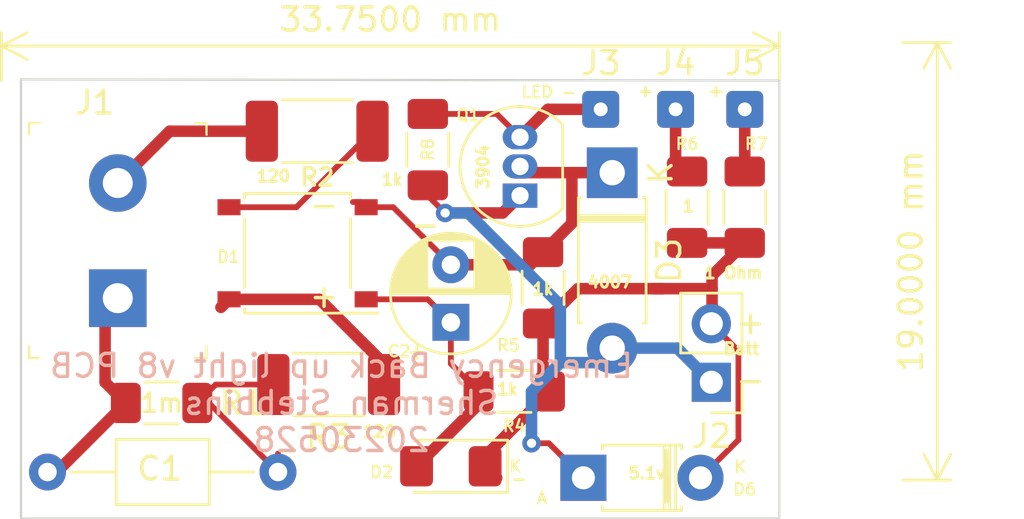
<source format=kicad_pcb>
(kicad_pcb (version 20240108) (generator "pcbnew") (generator_version "8.0")
  (layers (0 "F.Cu" signal) (31 "B.Cu" signal) (34 "B.Paste" user) (35 "F.Paste" user) (36 "B.SilkS" user "B.Silkscreen") (37 "F.SilkS" user "F.Silkscreen") (38 "B.Mask" user) (39 "F.Mask" user) (44 "Edge.Cuts" user))
  (net 0 "")
  (net 1 "Net-(C1-Pad2)")
  (net 2 "Net-(C1-Pad1)")
  (net 3 "Net-(D1-Pad3)")
  (net 4 "Net-(D1--)")
  (net 5 "Net-(D1-+)")
  (net 6 "Net-(D1-Pad4)")
  (net 7 "Net-(D2-K)")
  (net 8 "Net-(D3-A)")
  (net 9 "Net-(J1-Pad2)")
  (net 10 "Net-(J3-Pin_1)")
  (net 11 "Net-(J4-Pin_1)")
  (net 12 "Net-(J5-Pin_1)")
  (footprint "Capacitor_THT:C_Axial_L3.8mm_D2.6mm_P10.00mm_Horizontal" (layer "F.Cu") (at 116 137 180)
    (property "Reference" "C1" (at 5.125 0.15 0) (layer "F.SilkS"))
    (property "Value" "1uF 400v")
    (fp_line (start 8.96 0) (end 7.02 0) (stroke (width 0.12)) (layer "F.SilkS"))
    (fp_line (start 7.02 1.42) (end 7.02 -1.42) (stroke (width 0.12)) (layer "F.SilkS"))
    (fp_line (start 7.02 -1.42) (end 2.98 -1.42) (stroke (width 0.12)) (layer "F.SilkS"))
    (fp_line (start 2.98 1.42) (end 7.02 1.42) (stroke (width 0.12)) (layer "F.SilkS"))
    (fp_line (start 2.98 -1.42) (end 2.98 1.42) (stroke (width 0.12)) (layer "F.SilkS"))
    (fp_line (start 1.04 0) (end 2.98 0) (stroke (width 0.12)) (layer "F.SilkS"))
    (pad "1" thru_hole circle (at 0 0 180) (size 1.6 1.6) (drill 0.8) (layers "*.Cu" "*.Mask") (net 2 "Net-(C1-Pad1)"))
    (pad "2" thru_hole oval (at 10 0 180) (size 1.6 1.6) (drill 0.8) (layers "*.Cu" "*.Mask") (net 1 "Net-(C1-Pad2)"))
  )
  (footprint "Diode_SMD:Diode_Bridge_Diotec_ABS" (layer "F.Cu") (at 116.85 127.5 180)
    (property "Reference" "D1" (at 3 -0.15 0) (layer "F.SilkS") (effects (font (size 0.5 0.5) (thickness 0.1))))
    (property "Value" "ABS10")
    (fp_line (start 2.3 2.6) (end -2.3 2.6) (stroke (width 0.12)) (layer "F.SilkS"))
    (fp_line (start 2.3 2.4) (end 2.3 2.6) (stroke (width 0.12)) (layer "F.SilkS"))
    (fp_line (start 2.3 -1.5) (end 2.3 1.5) (stroke (width 0.12)) (layer "F.SilkS"))
    (fp_line (start 2.3 -2.4) (end 2.3 -2.6) (stroke (width 0.12)) (layer "F.SilkS"))
    (fp_line (start 2.3 -2.6) (end -3.5 -2.6) (stroke (width 0.12)) (layer "F.SilkS"))
    (fp_line (start -2.3 2.6) (end -2.3 2.4) (stroke (width 0.12)) (layer "F.SilkS"))
    (fp_line (start -2.3 1.5) (end -2.3 -1.5) (stroke (width 0.12)) (layer "F.SilkS"))
    (pad "1" smd rect (at -2.975 -2 180) (size 1 0.7) (layers "F.Cu" "F.Paste" "F.Mask") (net 5 "Net-(D1-+)"))
    (pad "2" smd rect (at -2.975 2 180) (size 1 0.7) (layers "F.Cu" "F.Paste" "F.Mask") (net 4 "Net-(D1--)"))
    (pad "3" smd rect (at 2.975 2 180) (size 1 0.7) (layers "F.Cu" "F.Paste" "F.Mask") (net 3 "Net-(D1-Pad3)"))
    (pad "4" smd rect (at 2.975 -2 180) (size 1 0.7) (layers "F.Cu" "F.Paste" "F.Mask") (net 6 "Net-(D1-Pad4)"))
  )
  (footprint "LED_SMD:LED_1206_3216Metric_Pad1.42x1.75mm_HandSolder" (layer "F.Cu") (at 123.5 136.75 180)
    (property "Reference" "D2" (at 3 -0.25 0) (layer "F.SilkS") (effects (font (size 0.5 0.5) (thickness 0.1))))
    (property "Value" "RED LED")
    (fp_line (start 1.6 -1.135) (end -2.46 -1.135) (stroke (width 0.12)) (layer "F.SilkS"))
    (fp_line (start -2.46 1.135) (end 1.6 1.135) (stroke (width 0.12)) (layer "F.SilkS"))
    (fp_line (start -2.46 -1.135) (end -2.46 1.135) (stroke (width 0.12)) (layer "F.SilkS"))
    (pad "1" smd roundrect (at -1.4875 0 180) (size 1.425 1.75) (layers "F.Cu" "F.Paste" "F.Mask") (roundrect_rratio 0.175439) (net 7 "Net-(D2-K)"))
    (pad "2" smd roundrect (at 1.4875 0 180) (size 1.425 1.75) (layers "F.Cu" "F.Paste" "F.Mask") (roundrect_rratio 0.175439) (net 5 "Net-(D1-+)"))
  )
  (footprint "Diode_THT:D_DO-41_SOD81_P7.62mm_Horizontal" (layer "F.Cu") (at 130.5 124 -90)
    (property "Reference" "D3" (at 3.81 -2.47 90) (layer "F.SilkS"))
    (property "Value" "1N4007")
    (fp_line (start 1.09 1.47) (end 6.53 1.47) (stroke (width 0.12)) (layer "F.SilkS"))
    (fp_line (start 6.53 1.47) (end 6.53 1.34) (stroke (width 0.12)) (layer "F.SilkS"))
    (fp_line (start 1.09 1.34) (end 1.09 1.47) (stroke (width 0.12)) (layer "F.SilkS"))
    (fp_line (start 1.09 -1.34) (end 1.09 -1.47) (stroke (width 0.12)) (layer "F.SilkS"))
    (fp_line (start 1.09 -1.47) (end 6.53 -1.47) (stroke (width 0.12)) (layer "F.SilkS"))
    (fp_line (start 1.87 -1.47) (end 1.87 1.47) (stroke (width 0.12)) (layer "F.SilkS"))
    (fp_line (start 1.99 -1.47) (end 1.99 1.47) (stroke (width 0.12)) (layer "F.SilkS"))
    (fp_line (start 2.11 -1.47) (end 2.11 1.47) (stroke (width 0.12)) (layer "F.SilkS"))
    (fp_line (start 6.53 -1.47) (end 6.53 -1.34) (stroke (width 0.12)) (layer "F.SilkS"))
    (fp_text user "K" (at 0 -2.1 90) (layer "F.SilkS"))
    (pad "1" thru_hole rect (at 0 0 270) (size 2.2 2.2) (drill 1.1) (layers "*.Cu" "*.Mask") (net 4 "Net-(D1--)"))
    (pad "2" thru_hole oval (at 7.62 0 270) (size 2.2 2.2) (drill 1.1) (layers "*.Cu" "*.Mask") (net 8 "Net-(D3-A)"))
  )
  (footprint "digikey-footprints:Term_Block_1x2_P5mm" (layer "F.Cu") (at 109.05 129.45 90)
    (property "Reference" "J1" (at 8.5 -1 180) (layer "F.SilkS"))
    (property "Value" "OSTTC020162" (hide yes))
    (fp_line (start 7.6 -3.85) (end 7.1 -3.85) (stroke (width 0.1)) (layer "F.SilkS"))
    (fp_line (start 7.6 -3.85) (end 7.6 -3.4) (stroke (width 0.1)) (layer "F.SilkS"))
    (fp_line (start -2.6 -3.85) (end -2.1 -3.85) (stroke (width 0.1)) (layer "F.SilkS"))
    (fp_line (start -2.6 -3.85) (end -2.6 -3.4) (stroke (width 0.1)) (layer "F.SilkS"))
    (fp_line (start 7.6 3.85) (end 7.6 3.35) (stroke (width 0.1)) (layer "F.SilkS"))
    (fp_line (start 7.6 3.85) (end 7.1 3.85) (stroke (width 0.1)) (layer "F.SilkS"))
    (fp_line (start -2.6 3.85) (end -2.6 3.35) (stroke (width 0.1)) (layer "F.SilkS"))
    (fp_line (start -2.6 3.85) (end -2.1 3.85) (stroke (width 0.1)) (layer "F.SilkS"))
    (pad "1" thru_hole rect (at 0 0 90) (size 2.5 2.5) (drill 1.3) (layers "*.Cu" "*.Mask") (net 1 "Net-(C1-Pad2)"))
    (pad "2" thru_hole circle (at 5 0 90) (size 2.5 2.5) (drill 1.3) (layers "*.Cu" "*.Mask") (net 9 "Net-(J1-Pad2)"))
  )
  (footprint "Connector_PinHeader_2.54mm:PinHeader_1x02_P2.54mm_Vertical" (layer "F.Cu") (at 134.8 133.1 180)
    (property "Reference" "J2" (at 0 -2.33 0) (layer "F.SilkS"))
    (property "Value" "22-23-2021")
    (fp_line (start 1.33 1.27) (end 1.33 3.87) (stroke (width 0.12)) (layer "F.SilkS"))
    (fp_line (start -1.33 3.87) (end 1.33 3.87) (stroke (width 0.12)) (layer "F.SilkS"))
    (fp_line (start -1.33 1.27) (end 1.33 1.27) (stroke (width 0.12)) (layer "F.SilkS"))
    (fp_line (start -1.33 1.27) (end -1.33 3.87) (stroke (width 0.12)) (layer "F.SilkS"))
    (fp_line (start -1.33 0) (end -1.33 -1.33) (stroke (width 0.12)) (layer "F.SilkS"))
    (fp_line (start -1.33 -1.33) (end 0 -1.33) (stroke (width 0.12)) (layer "F.SilkS"))
    (pad "1" thru_hole rect (at 0 0 180) (size 1.7 1.7) (drill 1) (layers "*.Cu" "*.Mask") (net 8 "Net-(D3-A)"))
    (pad "2" thru_hole oval (at 0 2.54 180) (size 1.7 1.7) (drill 1) (layers "*.Cu" "*.Mask") (net 7 "Net-(D2-K)"))
  )
  (footprint "Resistor_SMD:R_2010_5025Metric_Pad1.40x2.65mm_HandSolder" (layer "F.Cu") (at 117.7 122.2 180)
    (property "Reference" "R2" (at 0 -2 180) (layer "F.SilkS") (effects (font (size 0.75 0.75))))
    (property "Value" "120 1W")
    (fp_line (start -1.527064 1.36) (end 1.527064 1.36) (stroke (width 0.12)) (layer "F.SilkS"))
    (fp_line (start -1.527064 -1.36) (end 1.527064 -1.36) (stroke (width 0.12)) (layer "F.SilkS"))
    (pad "1" smd roundrect (at -2.4 0 180) (size 1.4 2.65) (layers "F.Cu" "F.Paste" "F.Mask") (roundrect_rratio 0.178571) (net 3 "Net-(D1-Pad3)"))
    (pad "2" smd roundrect (at 2.4 0 180) (size 1.4 2.65) (layers "F.Cu" "F.Paste" "F.Mask") (roundrect_rratio 0.178571) (net 9 "Net-(J1-Pad2)"))
  )
  (footprint "Resistor_SMD:R_2010_5025Metric_Pad1.40x2.65mm_HandSolder" (layer "F.Cu") (at 118.2 133.2 180)
    (property "Reference" "R3" (at 0 -2.28 180) (layer "F.SilkS"))
    (property "Value" "120 1W")
    (fp_line (start -1.527064 1.36) (end 1.527064 1.36) (stroke (width 0.12)) (layer "F.SilkS"))
    (fp_line (start -1.527064 -1.36) (end 1.527064 -1.36) (stroke (width 0.12)) (layer "F.SilkS"))
    (pad "1" smd roundrect (at -2.4 0 180) (size 1.4 2.65) (layers "F.Cu" "F.Paste" "F.Mask") (roundrect_rratio 0.178571) (net 6 "Net-(D1-Pad4)"))
    (pad "2" smd roundrect (at 2.4 0 180) (size 1.4 2.65) (layers "F.Cu" "F.Paste" "F.Mask") (roundrect_rratio 0.178571) (net 2 "Net-(C1-Pad1)"))
  )
  (footprint "Resistor_SMD:R_1206_3216Metric_Pad1.30x1.75mm_HandSolder" (layer "F.Cu") (at 127.5 129 90)
    (property "Reference" "R5" (at -2.5 -1.5 180) (layer "F.SilkS") (effects (font (size 0.5 0.5) (thickness 0.1))))
    (property "Value" "1k")
    (fp_line (start -0.727064 -0.91) (end 0.727064 -0.91) (stroke (width 0.12)) (layer "F.SilkS"))
    (fp_line (start -0.727064 0.91) (end 0.727064 0.91) (stroke (width 0.12)) (layer "F.SilkS"))
    (pad "1" smd roundrect (at -1.55 0 90) (size 1.3 1.75) (layers "F.Cu" "F.Paste" "F.Mask") (roundrect_rratio 0.192308) (net 7 "Net-(D2-K)"))
    (pad "2" smd roundrect (at 1.55 0 90) (size 1.3 1.75) (layers "F.Cu" "F.Paste" "F.Mask") (roundrect_rratio 0.192308) (net 4 "Net-(D1--)"))
  )
  (footprint "Resistor_SMD:R_1206_3216Metric_Pad1.30x1.75mm_HandSolder" (layer "F.Cu") (at 133.75 125.5 90)
    (property "Reference" "R6" (at 2.75 0 180) (layer "F.SilkS") (effects (font (size 0.5 0.5) (thickness 0.1))))
    (property "Value" "1R" (hide yes))
    (fp_line (start -0.727064 -0.91) (end 0.727064 -0.91) (stroke (width 0.12)) (layer "F.SilkS"))
    (fp_line (start -0.727064 0.91) (end 0.727064 0.91) (stroke (width 0.12)) (layer "F.SilkS"))
    (pad "1" smd roundrect (at -1.55 0 90) (size 1.3 1.75) (layers "F.Cu" "F.Paste" "F.Mask") (roundrect_rratio 0.192308) (net 7 "Net-(D2-K)"))
    (pad "2" smd roundrect (at 1.55 0 90) (size 1.3 1.75) (layers "F.Cu" "F.Paste" "F.Mask") (roundrect_rratio 0.192308) (net 11 "Net-(J4-Pin_1)"))
  )
  (footprint "Resistor_SMD:R_1206_3216Metric_Pad1.30x1.75mm_HandSolder" (layer "F.Cu") (at 136.25 125.5 90)
    (property "Reference" "R7" (at 2.75 0.5 180) (layer "F.SilkS") (effects (font (size 0.5 0.5) (thickness 0.1))))
    (property "Value" "1R" (hide yes))
    (fp_line (start -0.727064 -0.91) (end 0.727064 -0.91) (stroke (width 0.12)) (layer "F.SilkS"))
    (fp_line (start -0.727064 0.91) (end 0.727064 0.91) (stroke (width 0.12)) (layer "F.SilkS"))
    (pad "1" smd roundrect (at -1.55 0 90) (size 1.3 1.75) (layers "F.Cu" "F.Paste" "F.Mask") (roundrect_rratio 0.192308) (net 7 "Net-(D2-K)"))
    (pad "2" smd roundrect (at 1.55 0 90) (size 1.3 1.75) (layers "F.Cu" "F.Paste" "F.Mask") (roundrect_rratio 0.192308) (net 12 "Net-(J5-Pin_1)"))
  )
  (footprint "Resistor_SMD:R_1206_3216Metric_Pad1.30x1.75mm_HandSolder" (layer "F.Cu") (at 110.95 134 180)
    (property "Reference" "R1" (at -3.5 0 0) (layer "F.SilkS"))
    (property "Value" "1M")
    (fp_line (start -0.727064 0.91) (end 0.727064 0.91) (stroke (width 0.12)) (layer "F.SilkS"))
    (fp_line (start -0.727064 -0.91) (end 0.727064 -0.91) (stroke (width 0.12)) (layer "F.SilkS"))
    (pad "1" smd roundrect (at -1.55 0 180) (size 1.3 1.75) (layers "F.Cu" "F.Paste" "F.Mask") (roundrect_rratio 0.192308) (net 2 "Net-(C1-Pad1)"))
    (pad "2" smd roundrect (at 1.55 0 180) (size 1.3 1.75) (layers "F.Cu" "F.Paste" "F.Mask") (roundrect_rratio 0.192308) (net 1 "Net-(C1-Pad2)"))
  )
  (footprint "Package_TO_SOT_THT:TO-92_Inline" (layer "F.Cu") (at 126.5 125 90)
    (property "Reference" "Q1" (at 3.5 -2.25 180) (layer "F.SilkS") (effects (font (size 0.5 0.5) (thickness 0.1))))
    (property "Value" "2N3904" (hide yes))
    (fp_line (start -0.53 1.85) (end 3.07 1.85) (stroke (width 0.12)) (layer "F.SilkS"))
    (fp_arc (start 1.27 -2.6) (mid 3.672087 -0.994977) (end 3.108478 1.838478) (stroke (width 0.12)) (layer "F.SilkS"))
    (fp_arc (start -0.568478 1.838478) (mid -1.132087 -0.994977) (end 1.27 -2.6) (stroke (width 0.12)) (layer "F.SilkS"))
    (pad "1" thru_hole rect (at 0 0 90) (size 1.05 1.5) (drill 0.75) (layers "*.Cu" "*.Mask") (net 8 "Net-(D3-A)"))
    (pad "2" thru_hole oval (at 1.27 0 90) (size 1.05 1.5) (drill 0.75) (layers "*.Cu" "*.Mask") (net 4 "Net-(D1--)"))
    (pad "3" thru_hole oval (at 2.54 0 90) (size 1.05 1.5) (drill 0.75) (layers "*.Cu" "*.Mask") (net 10 "Net-(J3-Pin_1)"))
  )
  (footprint "Capacitor_THT:CP_Radial_D5.0mm_P2.50mm" (layer "F.Cu") (at 123.5 130.5 90)
    (property "Reference" "C2" (at -1.25 -2.25 180) (layer "F.SilkS") (effects (font (size 0.5 0.5) (thickness 0.1))))
    (property "Value" "100uF" (hide yes))
    (fp_line (start 1.29 -2.58) (end 1.29 2.58) (stroke (width 0.12)) (layer "F.SilkS"))
    (fp_line (start 1.25 -2.58) (end 1.25 2.58) (stroke (width 0.12)) (layer "F.SilkS"))
    (fp_line (start 1.33 -2.579) (end 1.33 2.579) (stroke (width 0.12)) (layer "F.SilkS"))
    (fp_line (start 1.37 -2.578) (end 1.37 2.578) (stroke (width 0.12)) (layer "F.SilkS"))
    (fp_line (start 1.41 -2.576) (end 1.41 2.576) (stroke (width 0.12)) (layer "F.SilkS"))
    (fp_line (start 1.45 -2.573) (end 1.45 2.573) (stroke (width 0.12)) (layer "F.SilkS"))
    (fp_line (start 1.49 -2.569) (end 1.49 -1.04) (stroke (width 0.12)) (layer "F.SilkS"))
    (fp_line (start 1.53 -2.565) (end 1.53 -1.04) (stroke (width 0.12)) (layer "F.SilkS"))
    (fp_line (start 1.57 -2.561) (end 1.57 -1.04) (stroke (width 0.12)) (layer "F.SilkS"))
    (fp_line (start 1.61 -2.556) (end 1.61 -1.04) (stroke (width 0.12)) (layer "F.SilkS"))
    (fp_line (start 1.65 -2.55) (end 1.65 -1.04) (stroke (width 0.12)) (layer "F.SilkS"))
    (fp_line (start 1.69 -2.543) (end 1.69 -1.04) (stroke (width 0.12)) (layer "F.SilkS"))
    (fp_line (start 1.73 -2.536) (end 1.73 -1.04) (stroke (width 0.12)) (layer "F.SilkS"))
    (fp_line (start 1.77 -2.528) (end 1.77 -1.04) (stroke (width 0.12)) (layer "F.SilkS"))
    (fp_line (start 1.81 -2.52) (end 1.81 -1.04) (stroke (width 0.12)) (layer "F.SilkS"))
    (fp_line (start 1.85 -2.511) (end 1.85 -1.04) (stroke (width 0.12)) (layer "F.SilkS"))
    (fp_line (start 1.89 -2.501) (end 1.89 -1.04) (stroke (width 0.12)) (layer "F.SilkS"))
    (fp_line (start 1.93 -2.491) (end 1.93 -1.04) (stroke (width 0.12)) (layer "F.SilkS"))
    (fp_line (start 1.971 -2.48) (end 1.971 -1.04) (stroke (width 0.12)) (layer "F.SilkS"))
    (fp_line (start 2.011 -2.468) (end 2.011 -1.04) (stroke (width 0.12)) (layer "F.SilkS"))
    (fp_line (start 2.051 -2.455) (end 2.051 -1.04) (stroke (width 0.12)) (layer "F.SilkS"))
    (fp_line (start 2.091 -2.442) (end 2.091 -1.04) (stroke (width 0.12)) (layer "F.SilkS"))
    (fp_line (start 2.131 -2.428) (end 2.131 -1.04) (stroke (width 0.12)) (layer "F.SilkS"))
    (fp_line (start 2.171 -2.414) (end 2.171 -1.04) (stroke (width 0.12)) (layer "F.SilkS"))
    (fp_line (start 2.211 -2.398) (end 2.211 -1.04) (stroke (width 0.12)) (layer "F.SilkS"))
    (fp_line (start 2.251 -2.382) (end 2.251 -1.04) (stroke (width 0.12)) (layer "F.SilkS"))
    (fp_line (start 2.291 -2.365) (end 2.291 -1.04) (stroke (width 0.12)) (layer "F.SilkS"))
    (fp_line (start 2.331 -2.348) (end 2.331 -1.04) (stroke (width 0.12)) (layer "F.SilkS"))
    (fp_line (start 2.371 -2.329) (end 2.371 -1.04) (stroke (width 0.12)) (layer "F.SilkS"))
    (fp_line (start 2.411 -2.31) (end 2.411 -1.04) (stroke (width 0.12)) (layer "F.SilkS"))
    (fp_line (start 2.451 -2.29) (end 2.451 -1.04) (stroke (width 0.12)) (layer "F.SilkS"))
    (fp_line (start 2.491 -2.268) (end 2.491 -1.04) (stroke (width 0.12)) (layer "F.SilkS"))
    (fp_line (start 2.531 -2.247) (end 2.531 -1.04) (stroke (width 0.12)) (layer "F.SilkS"))
    (fp_line (start 2.571 -2.224) (end 2.571 -1.04) (stroke (width 0.12)) (layer "F.SilkS"))
    (fp_line (start 2.611 -2.2) (end 2.611 -1.04) (stroke (width 0.12)) (layer "F.SilkS"))
    (fp_line (start 2.651 -2.175) (end 2.651 -1.04) (stroke (width 0.12)) (layer "F.SilkS"))
    (fp_line (start 2.691 -2.149) (end 2.691 -1.04) (stroke (width 0.12)) (layer "F.SilkS"))
    (fp_line (start 2.731 -2.122) (end 2.731 -1.04) (stroke (width 0.12)) (layer "F.SilkS"))
    (fp_line (start 2.771 -2.095) (end 2.771 -1.04) (stroke (width 0.12)) (layer "F.SilkS"))
    (fp_line (start 2.811 -2.065) (end 2.811 -1.04) (stroke (width 0.12)) (layer "F.SilkS"))
    (fp_line (start 2.851 -2.035) (end 2.851 -1.04) (stroke (width 0.12)) (layer "F.SilkS"))
    (fp_line (start 2.891 -2.004) (end 2.891 -1.04) (stroke (width 0.12)) (layer "F.SilkS"))
    (fp_line (start 2.931 -1.971) (end 2.931 -1.04) (stroke (width 0.12)) (layer "F.SilkS"))
    (fp_line (start 2.971 -1.937) (end 2.971 -1.04) (stroke (width 0.12)) (layer "F.SilkS"))
    (fp_line (start 3.011 -1.901) (end 3.011 -1.04) (stroke (width 0.12)) (layer "F.SilkS"))
    (fp_line (start 3.051 -1.864) (end 3.051 -1.04) (stroke (width 0.12)) (layer "F.SilkS"))
    (fp_line (start 3.091 -1.826) (end 3.091 -1.04) (stroke (width 0.12)) (layer "F.SilkS"))
    (fp_line (start 3.131 -1.785) (end 3.131 -1.04) (stroke (width 0.12)) (layer "F.SilkS"))
    (fp_line (start 3.171 -1.743) (end 3.171 -1.04) (stroke (width 0.12)) (layer "F.SilkS"))
    (fp_line (start -1.304775 -1.725) (end -1.304775 -1.225) (stroke (width 0.12)) (layer "F.SilkS"))
    (fp_line (start 3.211 -1.699) (end 3.211 -1.04) (stroke (width 0.12)) (layer "F.SilkS"))
    (fp_line (start 3.251 -1.653) (end 3.251 -1.04) (stroke (width 0.12)) (layer "F.SilkS"))
    (fp_line (start 3.291 -1.605) (end 3.291 -1.04) (stroke (width 0.12)) (layer "F.SilkS"))
    (fp_line (start 3.331 -1.554) (end 3.331 -1.04) (stroke (width 0.12)) (layer "F.SilkS"))
    (fp_line (start 3.371 -1.5) (end 3.371 -1.04) (stroke (width 0.12)) (layer "F.SilkS"))
    (fp_line (start -1.554775 -1.475) (end -1.054775 -1.475) (stroke (width 0.12)) (layer "F.SilkS"))
    (fp_line (start 3.411 -1.443) (end 3.411 -1.04) (stroke (width 0.12)) (layer "F.SilkS"))
    (fp_line (start 3.451 -1.383) (end 3.451 -1.04) (stroke (width 0.12)) (layer "F.SilkS"))
    (fp_line (start 3.491 -1.319) (end 3.491 -1.04) (stroke (width 0.12)) (layer "F.SilkS"))
    (fp_line (start 3.531 -1.251) (end 3.531 -1.04) (stroke (width 0.12)) (layer "F.SilkS"))
    (fp_line (start 3.571 -1.178) (end 3.571 1.178) (stroke (width 0.12)) (layer "F.SilkS"))
    (fp_line (start 3.611 -1.098) (end 3.611 1.098) (stroke (width 0.12)) (layer "F.SilkS"))
    (fp_line (start 3.651 -1.011) (end 3.651 1.011) (stroke (width 0.12)) (layer "F.SilkS"))
    (fp_line (start 3.691 -0.915) (end 3.691 0.915) (stroke (width 0.12)) (layer "F.SilkS"))
    (fp_line (start 3.731 -0.805) (end 3.731 0.805) (stroke (width 0.12)) (layer "F.SilkS"))
    (fp_line (start 3.771 -0.677) (end 3.771 0.677) (stroke (width 0.12)) (layer "F.SilkS"))
    (fp_line (start 3.811 -0.518) (end 3.811 0.518) (stroke (width 0.12)) (layer "F.SilkS"))
    (fp_line (start 3.851 -0.284) (end 3.851 0.284) (stroke (width 0.12)) (layer "F.SilkS"))
    (fp_line (start 3.531 1.04) (end 3.531 1.251) (stroke (width 0.12)) (layer "F.SilkS"))
    (fp_line (start 3.491 1.04) (end 3.491 1.319) (stroke (width 0.12)) (layer "F.SilkS"))
    (fp_line (start 3.451 1.04) (end 3.451 1.383) (stroke (width 0.12)) (layer "F.SilkS"))
    (fp_line (start 3.411 1.04) (end 3.411 1.443) (stroke (width 0.12)) (layer "F.SilkS"))
    (fp_line (start 3.371 1.04) (end 3.371 1.5) (stroke (width 0.12)) (layer "F.SilkS"))
    (fp_line (start 3.331 1.04) (end 3.331 1.554) (stroke (width 0.12)) (layer "F.SilkS"))
    (fp_line (start 3.291 1.04) (end 3.291 1.605) (stroke (width 0.12)) (layer "F.SilkS"))
    (fp_line (start 3.251 1.04) (end 3.251 1.653) (stroke (width 0.12)) (layer "F.SilkS"))
    (fp_line (start 3.211 1.04) (end 3.211 1.699) (stroke (width 0.12)) (layer "F.SilkS"))
    (fp_line (start 3.171 1.04) (end 3.171 1.743) (stroke (width 0.12)) (layer "F.SilkS"))
    (fp_line (start 3.131 1.04) (end 3.131 1.785) (stroke (width 0.12)) (layer "F.SilkS"))
    (fp_line (start 3.091 1.04) (end 3.091 1.826) (stroke (width 0.12)) (layer "F.SilkS"))
    (fp_line (start 3.051 1.04) (end 3.051 1.864) (stroke (width 0.12)) (layer "F.SilkS"))
    (fp_line (start 3.011 1.04) (end 3.011 1.901) (stroke (width 0.12)) (layer "F.SilkS"))
    (fp_line (start 2.971 1.04) (end 2.971 1.937) (stroke (width 0.12)) (layer "F.SilkS"))
    (fp_line (start 2.931 1.04) (end 2.931 1.971) (stroke (width 0.12)) (layer "F.SilkS"))
    (fp_line (start 2.891 1.04) (end 2.891 2.004) (stroke (width 0.12)) (layer "F.SilkS"))
    (fp_line (start 2.851 1.04) (end 2.851 2.035) (stroke (width 0.12)) (layer "F.SilkS"))
    (fp_line (start 2.811 1.04) (end 2.811 2.065) (stroke (width 0.12)) (layer "F.SilkS"))
    (fp_line (start 2.771 1.04) (end 2.771 2.095) (stroke (width 0.12)) (layer "F.SilkS"))
    (fp_line (start 2.731 1.04) (end 2.731 2.122) (stroke (width 0.12)) (layer "F.SilkS"))
    (fp_line (start 2.691 1.04) (end 2.691 2.149) (stroke (width 0.12)) (layer "F.SilkS"))
    (fp_line (start 2.651 1.04) (end 2.651 2.175) (stroke (width 0.12)) (layer "F.SilkS"))
    (fp_line (start 2.611 1.04) (end 2.611 2.2) (stroke (width 0.12)) (layer "F.SilkS"))
    (fp_line (start 2.571 1.04) (end 2.571 2.224) (stroke (width 0.12)) (layer "F.SilkS"))
    (fp_line (start 2.531 1.04) (end 2.531 2.247) (stroke (width 0.12)) (layer "F.SilkS"))
    (fp_line (start 2.491 1.04) (end 2.491 2.268) (stroke (width 0.12)) (layer "F.SilkS"))
    (fp_line (start 2.451 1.04) (end 2.451 2.29) (stroke (width 0.12)) (layer "F.SilkS"))
    (fp_line (start 2.411 1.04) (end 2.411 2.31) (stroke (width 0.12)) (layer "F.SilkS"))
    (fp_line (start 2.371 1.04) (end 2.371 2.329) (stroke (width 0.12)) (layer "F.SilkS"))
    (fp_line (start 2.331 1.04) (end 2.331 2.348) (stroke (width 0.12)) (layer "F.SilkS"))
    (fp_line (start 2.291 1.04) (end 2.291 2.365) (stroke (width 0.12)) (layer "F.SilkS"))
    (fp_line (start 2.251 1.04) (end 2.251 2.382) (stroke (width 0.12)) (layer "F.SilkS"))
    (fp_line (start 2.211 1.04) (end 2.211 2.398) (stroke (width 0.12)) (layer "F.SilkS"))
    (fp_line (start 2.171 1.04) (end 2.171 2.414) (stroke (width 0.12)) (layer "F.SilkS"))
    (fp_line (start 2.131 1.04) (end 2.131 2.428) (stroke (width 0.12)) (layer "F.SilkS"))
    (fp_line (start 2.091 1.04) (end 2.091 2.442) (stroke (width 0.12)) (layer "F.SilkS"))
    (fp_line (start 2.051 1.04) (end 2.051 2.455) (stroke (width 0.12)) (layer "F.SilkS"))
    (fp_line (start 2.011 1.04) (end 2.011 2.468) (stroke (width 0.12)) (layer "F.SilkS"))
    (fp_line (start 1.971 1.04) (end 1.971 2.48) (stroke (width 0.12)) (layer "F.SilkS"))
    (fp_line (start 1.93 1.04) (end 1.93 2.491) (stroke (width 0.12)) (layer "F.SilkS"))
    (fp_line (start 1.89 1.04) (end 1.89 2.501) (stroke (width 0.12)) (layer "F.SilkS"))
    (fp_line (start 1.85 1.04) (end 1.85 2.511) (stroke (width 0.12)) (layer "F.SilkS"))
    (fp_line (start 1.81 1.04) (end 1.81 2.52) (stroke (width 0.12)) (layer "F.SilkS"))
    (fp_line (start 1.77 1.04) (end 1.77 2.528) (stroke (width 0.12)) (layer "F.SilkS"))
    (fp_line (start 1.73 1.04) (end 1.73 2.536) (stroke (width 0.12)) (layer "F.SilkS"))
    (fp_line (start 1.69 1.04) (end 1.69 2.543) (stroke (width 0.12)) (layer "F.SilkS"))
    (fp_line (start 1.65 1.04) (end 1.65 2.55) (stroke (width 0.12)) (layer "F.SilkS"))
    (fp_line (start 1.61 1.04) (end 1.61 2.556) (stroke (width 0.12)) (layer "F.SilkS"))
    (fp_line (start 1.57 1.04) (end 1.57 2.561) (stroke (width 0.12)) (layer "F.SilkS"))
    (fp_line (start 1.53 1.04) (end 1.53 2.565) (stroke (width 0.12)) (layer "F.SilkS"))
    (fp_line (start 1.49 1.04) (end 1.49 2.569) (stroke (width 0.12)) (layer "F.SilkS"))
    (fp_circle (center 1.25 0) (end 3.87 0) (stroke (width 0.12)) (fill none) (layer "F.SilkS"))
    (pad "1" thru_hole rect (at 0 0 90) (size 1.6 1.6) (drill 0.8) (layers "*.Cu" "*.Mask") (net 5 "Net-(D1-+)"))
    (pad "2" thru_hole circle (at 2.5 0 90) (size 1.6 1.6) (drill 0.8) (layers "*.Cu" "*.Mask") (net 4 "Net-(D1--)"))
  )
  (footprint "Diode_THT:D_T-1_P5.08mm_Horizontal" (layer "F.Cu") (at 129.25 137.25)
    (property "Reference" "D6" (at 7 0.5 0) (layer "F.SilkS") (effects (font (size 0.5 0.5) (thickness 0.1))))
    (property "Value" "5.1v")
    (fp_line (start 0.82 -1.42) (end 4.26 -1.42) (stroke (width 0.12)) (layer "F.SilkS"))
    (fp_line (start 0.82 -1.24) (end 0.82 -1.42) (stroke (width 0.12)) (layer "F.SilkS"))
    (fp_line (start 0.82 1.24) (end 0.82 1.42) (stroke (width 0.12)) (layer "F.SilkS"))
    (fp_line (start 0.82 1.42) (end 4.26 1.42) (stroke (width 0.12)) (layer "F.SilkS"))
    (fp_line (start 3.5 -1.42) (end 3.5 1.42) (stroke (width 0.12)) (layer "F.SilkS"))
    (fp_line (start 3.75 -1.42) (end 3.75 1.42) (stroke (width 0.12)) (layer "F.SilkS"))
    (fp_line (start 4 -1.42) (end 4 1.42) (stroke (width 0.12)) (layer "F.SilkS"))
    (fp_line (start 4.26 -1.42) (end 4.26 -1.24) (stroke (width 0.12)) (layer "F.SilkS"))
    (fp_line (start 4.26 1.42) (end 4.26 1.24) (stroke (width 0.12)) (layer "F.SilkS"))
    (fp_text user "K" (at 6.8 -0.475 0) (layer "F.SilkS") (effects (font (size 0.5 0.5) (thickness 0.1))))
    (pad "1" thru_hole rect (at 0 0) (size 2 2) (drill 1) (layers "*.Cu" "*.Mask") (net 8 "Net-(D3-A)"))
    (pad "2" thru_hole oval (at 5.08 0) (size 2 2) (drill 1) (layers "*.Cu" "*.Mask") (net 7 "Net-(D2-K)"))
  )
  (footprint "Resistor_SMD:R_1206_3216Metric_Pad1.30x1.75mm_HandSolder" (layer "F.Cu") (at 126.25 133.5 180)
    (property "Reference" "R4" (at 0 -1.5 0) (layer "F.SilkS") (effects (font (size 0.5 0.5) (thickness 0.1))))
    (property "Value" "220")
    (fp_line (start -0.727064 0.91) (end 0.727064 0.91) (stroke (width 0.12)) (layer "F.SilkS"))
    (fp_line (start -0.727064 -0.91) (end 0.727064 -0.91) (stroke (width 0.12)) (layer "F.SilkS"))
    (pad "1" smd roundrect (at -1.55 0 180) (size 1.3 1.75) (layers "F.Cu" "F.Paste" "F.Mask") (roundrect_rratio 0.192308) (net 7 "Net-(D2-K)"))
    (pad "2" smd roundrect (at 1.55 0 180) (size 1.3 1.75) (layers "F.Cu" "F.Paste" "F.Mask") (roundrect_rratio 0.192308) (net 5 "Net-(D1-+)"))
  )
  (footprint "Connector_Wire:SolderWire-0.1sqmm_1x01_D0.4mm_OD1mm" (layer "F.Cu") (at 130 121.25)
    (property "Reference" "J3" (at 0 -2 0) (layer "F.SilkS"))
    (property "Value" "Conn_01x01_Female")
    (pad "1" thru_hole roundrect (at 0 0) (size 1.6 1.6) (drill 0.6) (layers "*.Cu" "*.Mask") (roundrect_rratio 0.15625) (net 10 "Net-(J3-Pin_1)"))
  )
  (footprint "Connector_Wire:SolderWire-0.1sqmm_1x01_D0.4mm_OD1mm" (layer "F.Cu") (at 133.25 121.25)
    (property "Reference" "J4" (at 0 -2 0) (layer "F.SilkS"))
    (property "Value" "Conn_01x01_Female")
    (pad "1" thru_hole roundrect (at 0 0) (size 1.6 1.6) (drill 0.6) (layers "*.Cu" "*.Mask") (roundrect_rratio 0.15625) (net 11 "Net-(J4-Pin_1)"))
  )
  (footprint "Connector_Wire:SolderWire-0.1sqmm_1x01_D0.4mm_OD1mm" (layer "F.Cu") (at 136.25 121.25)
    (property "Reference" "J5" (at 0 -2 0) (layer "F.SilkS"))
    (property "Value" "Conn_01x01_Female")
    (pad "1" thru_hole roundrect (at 0 0) (size 1.6 1.6) (drill 0.6) (layers "*.Cu" "*.Mask") (roundrect_rratio 0.15625) (net 12 "Net-(J5-Pin_1)"))
  )
  (footprint "Resistor_SMD:R_1206_3216Metric_Pad1.30x1.75mm_HandSolder" (layer "F.Cu") (at 122.5 123 -90)
    (property "Reference" "R8" (at 0 0 90) (layer "F.SilkS") (effects (font (size 0.5 0.5) (thickness 0.1))))
    (property "Value" "1k")
    (fp_line (start -0.727064 0.91) (end 0.727064 0.91) (stroke (width 0.12)) (layer "F.SilkS"))
    (fp_line (start -0.727064 -0.91) (end 0.727064 -0.91) (stroke (width 0.12)) (layer "F.SilkS"))
    (pad "1" smd roundrect (at -1.55 0 270) (size 1.3 1.75) (layers "F.Cu" "F.Paste" "F.Mask") (roundrect_rratio 0.192308) (net 10 "Net-(J3-Pin_1)"))
    (pad "2" smd roundrect (at 1.55 0 270) (size 1.3 1.75) (layers "F.Cu" "F.Paste" "F.Mask") (roundrect_rratio 0.192308) (net 8 "Net-(D3-A)"))
  )
  (gr_line (start 132.825 136.1) (end 132.85 138.275) (stroke (width 0.2)) (layer "F.SilkS"))
  (gr_line (start 137.75 120) (end 137.75 139) (stroke (width 0.1)) (layer "Edge.Cuts"))
  (gr_line (start 104.85 119.95) (end 137.75 120) (stroke (width 0.1)) (layer "Edge.Cuts"))
  (gr_line (start 137.75 139) (end 104.85 139) (stroke (width 0.05)) (layer "Edge.Cuts"))
  (gr_line (start 104.85 119.95) (end 104.85 139) (stroke (width 0.1)) (layer "Edge.Cuts"))
  (gr_text "Emergency Back up light v8 PCB\nSherman Stebbins\n20230528" (at 118.75 134 0) (layer "B.SilkS") (effects (font (size 1 1)) (justify mirror)))
  (gr_text "120" (at 120.4 135.25 0) (layer "F.SilkS") (effects (font (size 0.5 0.5) (thickness 0.125))))
  (gr_text "1 Ohm" (at 135.75 128.35 0) (layer "F.SilkS") (effects (font (size 0.5 0.5) (thickness 0.125))))
  (gr_text "+" (at 135 120.45 0) (layer "F.SilkS") (effects (font (size 0.5 0.5) (thickness 0.125))))
  (gr_text "+" (at 118 129.35 0) (layer "F.SilkS") (effects (font (size 1 1))))
  (gr_text "1m" (at 110.95 134 0) (layer "F.SilkS") (effects (font (size 0.8 0.8))))
  (gr_text "-" (at 136.5 133 0) (layer "F.SilkS") (effects (font (size 1 1))))
  (gr_text "Batt" (at 136.1 131.65 0) (layer "F.SilkS") (effects (font (size 0.5 0.5) (thickness 0.125))))
  (gr_text "1" (at 133.8 125.45 0) (layer "F.SilkS") (effects (font (size 0.5 0.5) (thickness 0.125))))
  (gr_text "LED -" (at 127.75 120.5 0) (layer "F.SilkS") (effects (font (size 0.5 0.5) (thickness 0.1))))
  (gr_text "1k" (at 125.95 133.4 0) (layer "F.SilkS") (effects (font (size 0.5 0.5) (thickness 0.125))))
  (gr_text "-" (at 118 125.4 0) (layer "F.SilkS") (effects (font (size 1 1))))
  (gr_text "120" (at 115.8 124.15 0) (layer "F.SilkS") (effects (font (size 0.5 0.5) (thickness 0.125))))
  (gr_text "-" (at 126.45 137.3 0) (layer "F.SilkS") (effects (font (size 0.5 0.5) (thickness 0.125))))
  (gr_text "1k" (at 120.95 124.3 0) (layer "F.SilkS") (effects (font (size 0.5 0.5) (thickness 0.125))))
  (gr_text "K" (at 126.3 136.75 0) (layer "F.SilkS") (effects (font (size 0.5 0.5) (thickness 0.1))))
  (gr_text "1k" (at 127.5 129.05 0) (layer "F.SilkS") (effects (font (size 0.5 0.5) (thickness 0.125))))
  (gr_text "3904" (at 124.9 123.75 90) (layer "F.SilkS") (effects (font (size 0.5 0.5) (thickness 0.125))))
  (gr_text "-" (at 122.4 126.25 0) (layer "F.SilkS") (effects (font (size 1 1))))
  (gr_text "4007" (at 130.4 128.75 0) (layer "F.SilkS") (effects (font (size 0.5 0.5) (thickness 0.125))))
  (gr_text "5.1v" (at 132 137.05 0) (layer "F.SilkS") (effects (font (size 0.5 0.5) (thickness 0.125))))
  (gr_text "+" (at 136.5 130.5 0) (layer "F.SilkS") (effects (font (size 1 1))))
  (gr_text "+" (at 131.95 120.45 0) (layer "F.SilkS") (effects (font (size 0.5 0.5) (thickness 0.125))))
  (gr_text "A" (at 127.45 138.125 0) (layer "F.SilkS") (effects (font (size 0.5 0.5) (thickness 0.1))))
  (dimension (type aligned) (layer "F.SilkS") (pts (xy 143.1 137.35) (xy 143.1 118.35)) (height 1.5) (gr_text "19.0000 mm" (at 143.45 127.85 90) (layer "F.SilkS") (effects (font (size 1 1) (thickness 0.15)))) (format (prefix "") (suffix "") (units 2) (units_format 1) (precision 4)) (style (thickness 0.12) (arrow_length 1.27) (text_position_mode 0) (extension_height 0.58642) (extension_offset 0) keep_text_aligned))
  (dimension (type aligned) (layer "F.SilkS") (pts (xy 137.75 120) (xy 104 120)) (height 1.5) (gr_text "33.7500 mm" (at 120.875 117.35 0) (layer "F.SilkS") (effects (font (size 1 1) (thickness 0.15)))) (format (prefix "") (suffix "") (units 2) (units_format 1) (precision 4)) (style (thickness 0.12) (arrow_length 1.27) (text_position_mode 0) (extension_height 0.58642) (extension_offset 0) keep_text_aligned))
  (segment (start 108.5 133.1) (end 108.5 130) (width 0.5) (layer "F.Cu") (net 1))
  (segment (start 106.4 137) (end 109.4 134) (width 0.5) (layer "F.Cu") (net 1))
  (segment (start 108.5 130) (end 109.05 129.45) (width 0.5) (layer "F.Cu") (net 1))
  (segment (start 108.5 133.1) (end 109.4 134) (width 0.5) (layer "F.Cu") (net 1))
  (segment (start 106 137) (end 106.4 137) (width 0.5) (layer "F.Cu") (net 1))
  (segment (start 112.5 134) (end 113 134) (width 0.25) (layer "F.Cu") (net 2))
  (segment (start 116 137) (end 115.5 137) (width 0.5) (layer "F.Cu") (net 2))
  (segment (start 113.3 133.2) (end 112.5 134) (width 0.25) (layer "F.Cu") (net 2))
  (segment (start 116 137) (end 116 136.2) (width 0.25) (layer "F.Cu") (net 2))
  (segment (start 115.8 133.2) (end 113.3 133.2) (width 0.25) (layer "F.Cu") (net 2))
  (segment (start 113 134) (end 116 137) (width 0.25) (layer "F.Cu") (net 2))
  (segment (start 120.1 122.2) (end 116.8 125.5) (width 0.25) (layer "F.Cu") (net 3))
  (segment (start 116.8 125.5) (end 113.875 125.5) (width 0.25) (layer "F.Cu") (net 3))
  (segment (start 128.75 126.2) (end 128.75 124) (width 0.5) (layer "F.Cu") (net 4))
  (segment (start 130.5 124) (end 128.75 124) (width 0.5) (layer "F.Cu") (net 4))
  (segment (start 119.825 125.5) (end 121 125.5) (width 0.25) (layer "F.Cu") (net 4))
  (segment (start 126.77 124) (end 126.5 123.73) (width 0.5) (layer "F.Cu") (net 4))
  (segment (start 128.75 124) (end 126.77 124) (width 0.5) (layer "F.Cu") (net 4))
  (segment (start 127.5 127.45) (end 128.75 126.2) (width 0.5) (layer "F.Cu") (net 4))
  (segment (start 119.25 125.275) (end 119.6 125.275) (width 0.25) (layer "F.Cu") (net 4))
  (segment (start 119.6 125.275) (end 119.825 125.5) (width 0.25) (layer "F.Cu") (net 4))
  (segment (start 126.95 128) (end 127.5 127.45) (width 0.5) (layer "F.Cu") (net 4))
  (segment (start 123.5 128) (end 126.95 128) (width 0.5) (layer "F.Cu") (net 4))
  (segment (start 121 125.5) (end 123.5 128) (width 0.25) (layer "F.Cu") (net 4))
  (segment (start 122.0125 136.75) (end 124.7 134.0625) (width 0.5) (layer "F.Cu") (net 5))
  (segment (start 124.7 134.0625) (end 124.7 133.5) (width 0.5) (layer "F.Cu") (net 5))
  (segment (start 121.8 136.5375) (end 122.0125 136.75) (width 0.5) (layer "F.Cu") (net 5))
  (segment (start 123.5 130.5) (end 123.5 132.3) (width 0.25) (layer "F.Cu") (net 5))
  (segment (start 123.5 132.3) (end 124.7 133.5) (width 0.25) (layer "F.Cu") (net 5))
  (segment (start 119.825 129.5) (end 122.5 129.5) (width 0.25) (layer "F.Cu") (net 5))
  (segment (start 122.5 129.5) (end 123.5 130.5) (width 0.25) (layer "F.Cu") (net 5))
  (segment (start 120.6 132.3) (end 120.6 133.2) (width 0.5) (layer "F.Cu") (net 6))
  (segment (start 113.875 129.5) (end 117.8 129.5) (width 0.5) (layer "F.Cu") (net 6))
  (segment (start 117.8 129.5) (end 120.6 132.3) (width 0.5) (layer "F.Cu") (net 6))
  (segment (start 113.525 129.85) (end 113.875 129.5) (width 0.5) (layer "F.Cu") (net 6))
  (segment (start 133.59 137.25) (end 134.33 137.25) (width 0.5) (layer "F.Cu") (net 7))
  (segment (start 132.262001 129.037999) (end 132.662001 129.037999) (width 0.5) (layer "F.Cu") (net 7))
  (segment (start 135.975001 135.604999) (end 135.975001 131.735001) (width 0.25) (layer "F.Cu") (net 7))
  (segment (start 127.5 130.55) (end 127.5 133.2) (width 0.5) (layer "F.Cu") (net 7))
  (segment (start 129.012001 129.037999) (end 132.662001 129.037999) (width 0.5) (layer "F.Cu") (net 7))
  (segment (start 127.8 133.5) (end 124.9875 136.3125) (width 0.5) (layer "F.Cu") (net 7))
  (segment (start 124.9875 136.3125) (end 124.9875 136.75) (width 0.5) (layer "F.Cu") (net 7))
  (segment (start 125.4875 137.25) (end 124.9875 136.75) (width 0.5) (layer "F.Cu") (net 7))
  (segment (start 135.975001 131.735001) (end 134.8 130.56) (width 0.25) (layer "F.Cu") (net 7))
  (segment (start 127.5 130.55) (end 129.012001 129.037999) (width 0.5) (layer "F.Cu") (net 7))
  (segment (start 136.25 127.05) (end 133.75 127.05) (width 0.5) (layer "F.Cu") (net 7))
  (segment (start 134.33 137.25) (end 135.975001 135.604999) (width 0.25) (layer "F.Cu") (net 7))
  (segment (start 132.662001 129.037999) (end 134.831761 129.037999) (width 0.5) (layer "F.Cu") (net 7))
  (segment (start 134.831761 128.468239) (end 136.25 127.05) (width 0.5) (layer "F.Cu") (net 7))
  (segment (start 134.831761 129.037999) (end 134.831761 130.148239) (width 0.5) (layer "F.Cu") (net 7))
  (segment (start 134.831761 130.148239) (end 134.52 130.46) (width 0.5) (layer "F.Cu") (net 7))
  (segment (start 127.5 133.2) (end 127.8 133.5) (width 0.5) (layer "F.Cu") (net 7))
  (segment (start 134.831761 129.037999) (end 134.831761 128.468239) (width 0.5) (layer "F.Cu") (net 7))
  (segment (start 122.5 124.55) (end 122.5 125) (width 0.25) (layer "F.Cu") (net 8))
  (segment (start 125.75 125.75) (end 126.5 125) (width 0.5) (layer "F.Cu") (net 8))
  (segment (start 122.5 125) (end 123.25 125.75) (width 0.25) (layer "F.Cu") (net 8))
  (segment (start 124.25 125.75) (end 123.25 125.75) (width 0.5) (layer "F.Cu") (net 8))
  (segment (start 134.7 133) (end 134.8 133.1) (width 0.5) (layer "F.Cu") (net 8))
  (segment (start 127.75 135.75) (end 129.25 137.25) (width 0.25) (layer "F.Cu") (net 8))
  (segment (start 124.25 125.75) (end 125.75 125.75) (width 0.5) (layer "F.Cu") (net 8))
  (segment (start 127 135.75) (end 127.75 135.75) (width 0.25) (layer "F.Cu") (net 8))
  (via (at 127 135.75) (size 0.8) (drill 0.4) (layers "F.Cu" "B.Cu") (net 8))
  (via (at 123.25 125.75) (size 0.8) (drill 0.4) (layers "F.Cu" "B.Cu") (net 8))
  (segment (start 130.5 131.62) (end 133.32 131.62) (width 0.5) (layer "B.Cu") (net 8))
  (segment (start 128.25 132.25) (end 129.87 132.25) (width 0.5) (layer "B.Cu") (net 8))
  (segment (start 129.87 132.25) (end 130.5 131.62) (width 0.5) (layer "B.Cu") (net 8))
  (segment (start 127 133.5) (end 128.25 132.25) (width 0.5) (layer "B.Cu") (net 8))
  (segment (start 127 135.75) (end 127 133.5) (width 0.5) (layer "B.Cu") (net 8))
  (segment (start 128.25 129.75) (end 128.25 132.25) (width 0.5) (layer "B.Cu") (net 8))
  (segment (start 124.25 125.75) (end 128.25 129.75) (width 0.5) (layer "B.Cu") (net 8))
  (segment (start 133.32 131.62) (end 134.8 133.1) (width 0.5) (layer "B.Cu") (net 8))
  (segment (start 124.25 125.75) (end 123.25 125.75) (width 0.5) (layer "B.Cu") (net 8))
  (segment (start 109.05 124.45) (end 111.3 122.2) (width 0.5) (layer "F.Cu") (net 9))
  (segment (start 109.05 124.45) (end 109.1 124.5) (width 0.5) (layer "F.Cu") (net 9))
  (segment (start 111.3 122.2) (end 115.3 122.2) (width 0.5) (layer "F.Cu") (net 9))
  (segment (start 127.71 121.25) (end 126.5 122.46) (width 0.5) (layer "F.Cu") (net 10))
  (segment (start 125.49 121.45) (end 126.5 122.46) (width 0.25) (layer "F.Cu") (net 10))
  (segment (start 130 121.25) (end 127.71 121.25) (width 0.5) (layer "F.Cu") (net 10))
  (segment (start 122.5 121.45) (end 125.49 121.45) (width 0.25) (layer "F.Cu") (net 10))
  (segment (start 133.75 121.75) (end 133.25 121.25) (width 0.5) (layer "F.Cu") (net 11))
  (segment (start 133.25 123.45) (end 133.75 123.95) (width 0.5) (layer "F.Cu") (net 11))
  (segment (start 133.25 121.25) (end 133.25 123.45) (width 0.5) (layer "F.Cu") (net 11))
  (segment (start 136.25 121.25) (end 136.25 123.95) (width 0.5) (layer "F.Cu") (net 12))
  (segment (start 136.25 123.95) (end 136.25 123.5) (width 0.25) (layer "F.Cu") (net 12))
)
</source>
